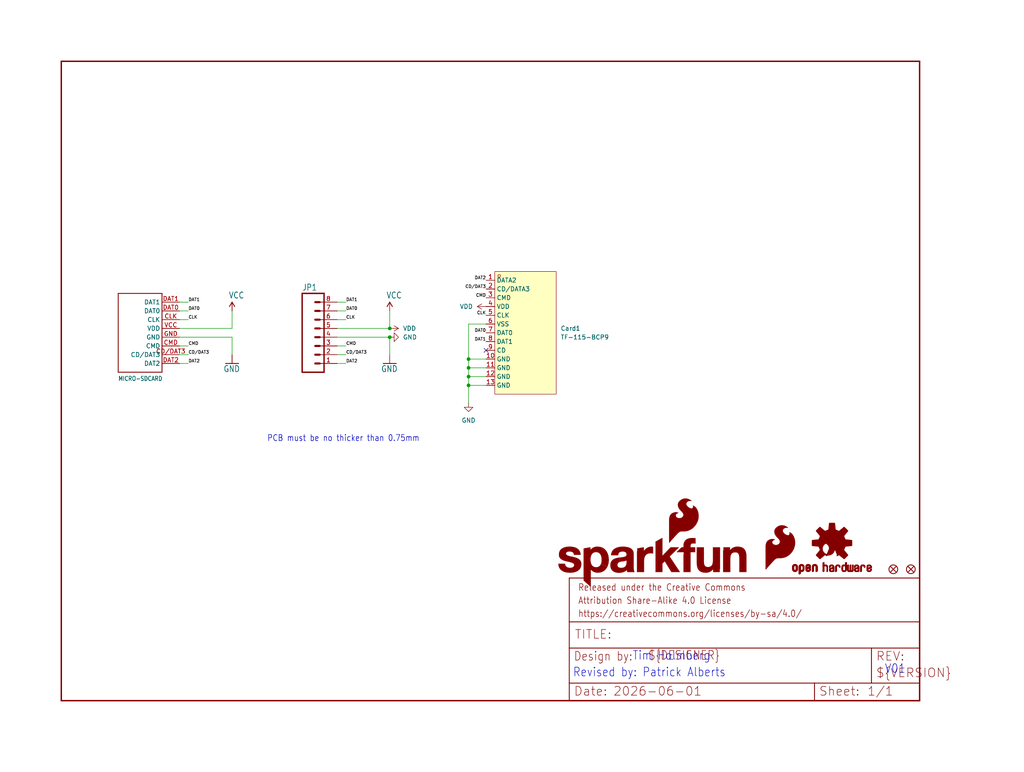
<source format=kicad_sch>
(kicad_sch (version 20230121) (generator eeschema)
  (paper "User" 297.002 223.926)
  (lib_symbols
    (symbol "SparkFun_MicroSD_Sniffer_v10-eagle-import:FIDUCIAL1X2")
    (symbol "SparkFun_MicroSD_Sniffer_v10-eagle-import:FRAME-LETTER"
      (symbol "FRAME-LETTER_2_0"
        (text "${#}/${##}" (at 86.36 1.27 0) (effects (font (size 2.54 2.54)) (justify left bottom)))
        (text "${CURRENT_DATE}" (at 12.7 1.27 0) (effects (font (size 2.54 2.54)) (justify left bottom)))
        (text "${DESIGNER}" (at 22.86 11.684 0) (effects (font (size 2.54 2.159)) (justify left bottom)))
        (text "${PROJECTNAME}" (at 15.494 17.78 0) (effects (font (size 2.7432 2.7432)) (justify left bottom)))
        (text "${VERSION}" (at 88.9 6.604 0) (effects (font (size 2.54 2.54)) (justify left bottom)))
        (text "Attribution Share-Alike 4.0 License" (at 2.54 27.94 0) (effects (font (size 1.9304 1.6408)) (justify left bottom)))
        (text "Date:" (at 1.27 1.27 0) (effects (font (size 2.54 2.54)) (justify left bottom)))
        (text "Design by:" (at 1.27 11.43 0) (effects (font (size 2.54 2.159)) (justify left bottom)))
        (text "https://creativecommons.org/licenses/by-sa/4.0/" (at 2.54 24.13 0) (effects (font (size 1.9304 1.6408)) (justify left bottom)))
        (text "Released under the Creative Commons" (at 2.54 31.75 0) (effects (font (size 1.9304 1.6408)) (justify left bottom)))
        (text "REV:" (at 88.9 11.43 0) (effects (font (size 2.54 2.54)) (justify left bottom)))
        (text "Sheet:" (at 72.39 1.27 0) (effects (font (size 2.54 2.54)) (justify left bottom)))
        (text "TITLE:" (at 1.524 17.78 0) (effects (font (size 2.54 2.54)) (justify left bottom)))
      )
    )
    (symbol "SparkFun_MicroSD_Sniffer_v10-eagle-import:GND" (power)
      (property "Value" "GND" (at -2.54 -2.54 0))
      (symbol "GND_1_0"
        (pin power_in line (at 0 2.54 270) (length 2.54) (name "GND") (number "1"))
      )
    )
    (symbol "SparkFun_MicroSD_Sniffer_v10-eagle-import:M08"
      (property "Reference" "JP" (at -5.08 13.462 0))
      (symbol "M08_1_0"
        (pin passive line (at 5.08 -7.62 180) (length 5.08) (name "1") (number "1"))
        (pin passive line (at 5.08 -5.08 180) (length 5.08) (name "2") (number "2"))
        (pin passive line (at 5.08 -2.54 180) (length 5.08) (name "3") (number "3"))
        (pin passive line (at 5.08 0 180) (length 5.08) (name "4") (number "4"))
        (pin passive line (at 5.08 2.54 180) (length 5.08) (name "5") (number "5"))
        (pin passive line (at 5.08 5.08 180) (length 5.08) (name "6") (number "6"))
        (pin passive line (at 5.08 7.62 180) (length 5.08) (name "7") (number "7"))
        (pin passive line (at 5.08 10.16 180) (length 5.08) (name "8") (number "8"))
      )
    )
    (symbol "SparkFun_MicroSD_Sniffer_v10-eagle-import:MICRO-SDCARD"
      (symbol "MICRO-SDCARD_1_0"
        (pin bidirectional line (at 17.78 5.08 180) (length 5.08) (name "CD/DAT3") (number "CD/DAT3"))
        (pin bidirectional line (at 17.78 15.24 180) (length 5.08) (name "CLK") (number "CLK"))
        (pin bidirectional line (at 17.78 7.62 180) (length 5.08) (name "CMD") (number "CMD"))
        (pin bidirectional line (at 17.78 17.78 180) (length 5.08) (name "DAT0") (number "DAT0"))
        (pin bidirectional line (at 17.78 20.32 180) (length 5.08) (name "DAT1") (number "DAT1"))
        (pin bidirectional line (at 17.78 2.54 180) (length 5.08) (name "DAT2") (number "DAT2"))
        (pin bidirectional line (at 17.78 10.16 180) (length 5.08) (name "GND") (number "GND"))
        (pin bidirectional line (at 17.78 12.7 180) (length 5.08) (name "VDD") (number "VCC"))
      )
    )
    (symbol "SparkFun_MicroSD_Sniffer_v10-eagle-import:OSHW-LOGOM")
    (symbol "SparkFun_MicroSD_Sniffer_v10-eagle-import:SFE_LOGO_FLAME.2_INCH")
    (symbol "SparkFun_MicroSD_Sniffer_v10-eagle-import:SFE_LOGO_NAME_FLAME.1_INCH")
    (symbol "SparkFun_MicroSD_Sniffer_v10-eagle-import:VCC" (power)
      (property "Value" "VCC" (at -1.016 3.556 0))
      (symbol "VCC_1_0"
        (pin power_in line (at 0 0 90) (length 2.54) (name "VCC") (number "1"))
      )
    )
    (symbol "easyeda2kicad:TF-115-BCP9"
      (property "Reference" "Card" (at 0 20.32 0))
      (property "Value" "TF-115-BCP9" (at 0 -20.32 0))
      (symbol "TF-115-BCP9_0_1"
        (pin unspecified line (at -11.43 15.24 0) (length 2.54) (name "DATA2") (number "1"))
        (pin unspecified line (at -11.43 -7.62 0) (length 2.54) (name "GND") (number "10"))
        (pin unspecified line (at -11.43 -10.16 0) (length 2.54) (name "GND") (number "11"))
        (pin unspecified line (at -11.43 -12.7 0) (length 2.54) (name "GND") (number "12"))
        (pin unspecified line (at -11.43 -15.24 0) (length 2.54) (name "GND") (number "13"))
        (pin unspecified line (at -11.43 12.7 0) (length 2.54) (name "CD/DATA3") (number "2"))
        (pin unspecified line (at -11.43 10.16 0) (length 2.54) (name "CMD") (number "3"))
        (pin unspecified line (at -11.43 7.62 0) (length 2.54) (name "VDD") (number "4"))
        (pin unspecified line (at -11.43 5.08 0) (length 2.54) (name "CLK") (number "5"))
        (pin unspecified line (at -11.43 2.54 0) (length 2.54) (name "VSS") (number "6"))
        (pin unspecified line (at -11.43 0 0) (length 2.54) (name "DAT0") (number "7"))
        (pin unspecified line (at -11.43 -2.54 0) (length 2.54) (name "DAT1") (number "8"))
        (pin unspecified line (at -11.43 -5.08 0) (length 2.54) (name "CD") (number "9"))
      )
    )
    (symbol "power:GND" (power) (pin_names (offset 0))
      (property "Value" "GND" (at 0 -3.81 0))
      (symbol "GND_1_1"
        (pin power_in line (at 0 0 270) (length 0) hide (name "GND") (number "1"))
      )
    )
    (symbol "power:VDD" (power) (pin_names (offset 0))
      (property "Value" "VDD" (at 0 3.81 0))
      (symbol "VDD_1_1"
        (pin power_in line (at 0 0 90) (length 0) hide (name "VDD") (number "1"))
      )
    )
  )
  (junction (at 135.89 106.68))
  (junction (at 113.03 97.79))
  (junction (at 113.03 95.25))
  (junction (at 135.89 111.76))
  (junction (at 135.89 109.22))
  (junction (at 135.89 104.14))
  (no_connect (at 140.97 101.6))
  (wire (pts (xy 67.31 97.79) (xy 67.31 102.87)) (stroke (width 0.1524)))
  (wire (pts (xy 52.07 97.79) (xy 67.31 97.79)) (stroke (width 0.1524)))
  (wire (pts (xy 113.03 95.25) (xy 113.03 90.17)) (stroke (width 0.1524)))
  (wire (pts (xy 52.07 92.71) (xy 54.61 92.71)) (stroke (width 0.1524)))
  (wire (pts (xy 52.07 102.87) (xy 54.61 102.87)) (stroke (width 0.1524)))
  (wire (pts (xy 135.89 104.14) (xy 135.89 106.68)))
  (wire (pts (xy 140.97 106.68) (xy 135.89 106.68)))
  (wire (pts (xy 52.07 105.41) (xy 54.61 105.41)) (stroke (width 0.1524)))
  (wire (pts (xy 97.79 90.17) (xy 100.33 90.17)) (stroke (width 0.1524)))
  (wire (pts (xy 52.07 87.63) (xy 54.61 87.63)) (stroke (width 0.1524)))
  (wire (pts (xy 97.79 87.63) (xy 100.33 87.63)) (stroke (width 0.1524)))
  (wire (pts (xy 97.79 102.87) (xy 100.33 102.87)) (stroke (width 0.1524)))
  (wire (pts (xy 135.89 106.68) (xy 135.89 109.22)))
  (wire (pts (xy 67.31 95.25) (xy 67.31 90.17)) (stroke (width 0.1524)))
  (wire (pts (xy 135.89 116.84) (xy 135.89 111.76)))
  (wire (pts (xy 135.89 93.98) (xy 140.97 93.98)))
  (wire (pts (xy 135.89 111.76) (xy 135.89 109.22)))
  (wire (pts (xy 97.79 92.71) (xy 100.33 92.71)) (stroke (width 0.1524)))
  (wire (pts (xy 97.79 97.79) (xy 113.03 97.79)) (stroke (width 0.1524)))
  (wire (pts (xy 52.07 100.33) (xy 54.61 100.33)) (stroke (width 0.1524)))
  (wire (pts (xy 97.79 105.41) (xy 100.33 105.41)) (stroke (width 0.1524)))
  (wire (pts (xy 113.03 97.79) (xy 113.03 102.87)) (stroke (width 0.1524)))
  (wire (pts (xy 135.89 104.14) (xy 140.97 104.14)))
  (wire (pts (xy 135.89 93.98) (xy 135.89 104.14)))
  (wire (pts (xy 97.79 100.33) (xy 100.33 100.33)) (stroke (width 0.1524)))
  (wire (pts (xy 135.89 109.22) (xy 140.97 109.22)))
  (wire (pts (xy 52.07 95.25) (xy 67.31 95.25)) (stroke (width 0.1524)))
  (wire (pts (xy 97.79 95.25) (xy 113.03 95.25)) (stroke (width 0.1524)))
  (wire (pts (xy 135.89 111.76) (xy 140.97 111.76)))
  (wire (pts (xy 52.07 90.17) (xy 54.61 90.17)) (stroke (width 0.1524)))
  (text "Revised by: Patrick Alberts" (at 166.116 196.596 0) (effects (font (size 2.54 2.159)) (justify left bottom)))
  (text "V01" (at 256.54 195.58 0) (effects (font (size 2.54 2.159)) (justify left bottom)))
  (text "PCB must be no thicker than 0.75mm" (at 77.47 128.27 0) (effects (font (size 1.778 1.5113)) (justify left bottom)))
  (text "Tim Holmberg" (at 183.388 191.77 0) (effects (font (size 2.54 2.159)) (justify left bottom)))
  (label "DAT0" (at 54.61 90.17 0) (effects (font (size 0.889 0.889))))
  (label "CD/DAT3" (at 140.97 83.82 180) (effects (font (size 0.889 0.889))))
  (label "CD/DAT3" (at 54.61 102.87 0) (effects (font (size 0.889 0.889))))
  (label "CMD" (at 54.61 100.33 0) (effects (font (size 0.889 0.889))))
  (label "DAT2" (at 54.61 105.41 0) (effects (font (size 0.889 0.889))))
  (label "CMD" (at 100.33 100.33 0) (effects (font (size 0.889 0.889))))
  (label "CMD" (at 140.97 86.36 180) (effects (font (size 0.889 0.889))))
  (label "DAT2" (at 140.97 81.28 180) (effects (font (size 0.889 0.889))))
  (label "DAT1" (at 54.61 87.63 0) (effects (font (size 0.889 0.889))))
  (label "CLK" (at 100.33 92.71 0) (effects (font (size 0.889 0.889))))
  (label "CLK" (at 54.61 92.71 0) (effects (font (size 0.889 0.889))))
  (label "DAT1" (at 140.97 99.06 180) (effects (font (size 0.889 0.889))))
  (label "CLK" (at 140.97 91.44 180) (effects (font (size 0.889 0.889))))
  (label "DAT0" (at 100.33 90.17 0) (effects (font (size 0.889 0.889))))
  (label "DAT0" (at 140.97 96.52 180) (effects (font (size 0.889 0.889))))
  (label "DAT2" (at 100.33 105.41 0) (effects (font (size 0.889 0.889))))
  (label "DAT1" (at 100.33 87.63 0) (effects (font (size 0.889 0.889))))
  (label "CD/DAT3" (at 100.33 102.87 0) (effects (font (size 0.889 0.889))))
  (symbol (lib_id "power:GND") (at 135.89 116.84 0) (unit 1)
    (property "Reference" "#PWR01" (effects hide))
    (property "Value" "GND" (at 135.89 121.92 0))
  )
  (symbol (lib_id "SparkFun_MicroSD_Sniffer_v10-eagle-import:FIDUCIAL1X2") (at 264.16 165.1 0) (unit 1)
    (property "Reference" "FID2" (effects hide))
    (property "Value" "FIDUCIAL1X2" (effects hide))
    (property "Footprint" "SparkFun_MicroSD_Sniffer_v10:FIDUCIAL-1X2" (effects hide))
  )
  (symbol (lib_id "SparkFun_MicroSD_Sniffer_v10-eagle-import:GND") (at 113.03 105.41 0) (unit 1)
    (property "Reference" "#GND01" (effects hide))
    (property "Value" "GND" (at 110.49 107.95 0) (effects (font (size 1.778 1.5113)) (justify left bottom)))
  )
  (symbol (lib_id "SparkFun_MicroSD_Sniffer_v10-eagle-import:FRAME-LETTER") (at 17.78 203.2 0) (unit 1)
    (property "Reference" "FRAME1" (effects hide))
    (property "Value" "FRAME-LETTER" (effects hide))
    (property "Footprint" "SparkFun_MicroSD_Sniffer_v10:CREATIVE_COMMONS" (effects hide))
  )
  (symbol (lib_id "easyeda2kicad:TF-115-BCP9") (at 152.4 96.52 0) (unit 1)
    (property "Reference" "Card1" (at 162.56 95.25 0) (effects (justify left)))
    (property "Value" "TF-115-BCP9" (at 162.56 97.79 0) (effects (justify left)))
    (property "Footprint" "easyeda2kicad:TF-SMD_TF-115-BCP9" (effects hide))
    (property "Datasheet" "https://lcsc.com/product-detail/Card-Sockets-Connectors_XUNPU-TF-115-BCP9_C720505.html" (effects hide))
    (property "LCSC Part" "C720505" (effects hide))
  )
  (symbol (lib_id "SparkFun_MicroSD_Sniffer_v10-eagle-import:SFE_LOGO_FLAME.2_INCH") (at 221.742 165.608 0) (unit 1)
    (property "Reference" "LOGO2" (effects hide))
    (property "Value" "SFE_LOGO_FLAME.2_INCH" (effects hide))
    (property "Footprint" "SparkFun_MicroSD_Sniffer_v10:SFE_LOGO_FLAME_.2" (effects hide))
  )
  (symbol (lib_id "power:VDD") (at 140.97 88.9 90) (unit 1)
    (property "Reference" "#PWR04" (effects hide))
    (property "Value" "VDD" (at 137.16 88.9 90) (effects (justify left)))
  )
  (symbol (lib_id "SparkFun_MicroSD_Sniffer_v10-eagle-import:GND") (at 67.31 105.41 0) (unit 1)
    (property "Reference" "#GND02" (effects hide))
    (property "Value" "GND" (at 64.77 107.95 0) (effects (font (size 1.778 1.5113)) (justify left bottom)))
  )
  (symbol (lib_id "SparkFun_MicroSD_Sniffer_v10-eagle-import:MICRO-SDCARD") (at 34.29 107.95 0) (unit 1)
    (property "Reference" "U1" (effects hide))
    (property "Value" "MICRO-SDCARD" (at 34.29 110.49 0) (effects (font (size 1.27 1.0795)) (justify left bottom)))
    (property "Footprint" "SparkFun_MicroSD_Sniffer_v10:MICRO-SDCARD" (effects hide))
  )
  (symbol (lib_id "SparkFun_MicroSD_Sniffer_v10-eagle-import:M08") (at 92.71 97.79 0) (unit 1)
    (property "Reference" "JP1" (at 87.63 84.328 0) (effects (font (size 1.778 1.5113)) (justify left bottom)))
    (property "Value" "M08" (effects hide))
    (property "Footprint" "SparkFun_MicroSD_Sniffer_v10:1X08" (effects hide))
  )
  (symbol (lib_id "power:GND") (at 113.03 97.79 90) (unit 1)
    (property "Reference" "#PWR02" (effects hide))
    (property "Value" "GND" (at 116.84 97.79 90) (effects (justify right)))
  )
  (symbol (lib_id "SparkFun_MicroSD_Sniffer_v10-eagle-import:VCC") (at 113.03 90.17 0) (unit 1)
    (property "Reference" "#SUPPLY01" (effects hide))
    (property "Value" "VCC" (at 112.014 86.614 0) (effects (font (size 1.778 1.5113)) (justify left bottom)))
  )
  (symbol (lib_id "SparkFun_MicroSD_Sniffer_v10-eagle-import:FIDUCIAL1X2") (at 259.08 165.1 0) (unit 1)
    (property "Reference" "FID1" (effects hide))
    (property "Value" "FIDUCIAL1X2" (effects hide))
    (property "Footprint" "SparkFun_MicroSD_Sniffer_v10:FIDUCIAL-1X2" (effects hide))
  )
  (symbol (lib_id "power:VDD") (at 113.03 95.25 270) (unit 1)
    (property "Reference" "#PWR03" (effects hide))
    (property "Value" "VDD" (at 116.84 95.25 90) (effects (justify left)))
  )
  (symbol (lib_id "SparkFun_MicroSD_Sniffer_v10-eagle-import:FRAME-LETTER") (at 165.1 203.2 0) (unit 2)
    (property "Reference" "FRAME1" (effects hide))
    (property "Value" "FRAME-LETTER" (effects hide))
    (property "Footprint" "SparkFun_MicroSD_Sniffer_v10:CREATIVE_COMMONS" (effects hide))
  )
  (symbol (lib_id "SparkFun_MicroSD_Sniffer_v10-eagle-import:SFE_LOGO_NAME_FLAME.1_INCH") (at 161.29 170.434 0) (unit 1)
    (property "Reference" "LOGO3" (effects hide))
    (property "Value" "SFE_LOGO_NAME_FLAME.1_INCH" (effects hide))
    (property "Footprint" "SparkFun_MicroSD_Sniffer_v10:SFE_LOGO_NAME_FLAME_.1" (effects hide))
  )
  (symbol (lib_id "SparkFun_MicroSD_Sniffer_v10-eagle-import:VCC") (at 67.31 90.17 0) (unit 1)
    (property "Reference" "#SUPPLY02" (effects hide))
    (property "Value" "VCC" (at 66.294 86.614 0) (effects (font (size 1.778 1.5113)) (justify left bottom)))
  )
  (symbol (lib_id "SparkFun_MicroSD_Sniffer_v10-eagle-import:OSHW-LOGOM") (at 241.3 157.48 0) (unit 1)
    (property "Reference" "LOGO1" (effects hide))
    (property "Value" "OSHW-LOGOM" (effects hide))
    (property "Footprint" "SparkFun_MicroSD_Sniffer_v10:OSHW-LOGO-M" (effects hide))
  )
)
</source>
